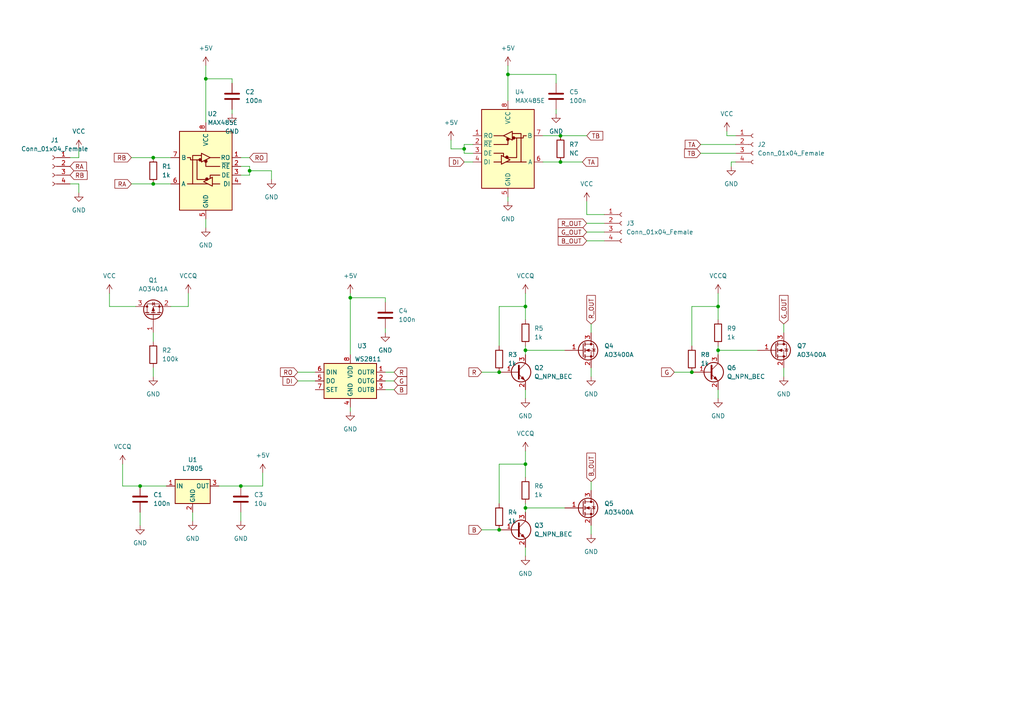
<source format=kicad_sch>
(kicad_sch (version 20211123) (generator eeschema)
  (paper "A4")
  (lib_symbols
    (symbol "Connector:Conn_01x04_Female" (pin_names (offset 1.016) hide)
      (property "Reference" "J" (at 0 5.08 0))
      (property "Value" "Conn_01x04_Female" (at 0 -7.62 0))
      (symbol "Conn_01x04_Female_1_1"
        (arc (start 0 -4.572) (mid -0.508 -5.08) (end 0 -5.588) (stroke (width 0.1524)))
        (arc (start 0 -2.032) (mid -0.508 -2.54) (end 0 -3.048) (stroke (width 0.1524)))
        (polyline (pts (xy -1.27 -5.08) (xy -0.508 -5.08)) (stroke (width 0.1524)))
        (polyline (pts (xy -1.27 -2.54) (xy -0.508 -2.54)) (stroke (width 0.1524)))
        (polyline (pts (xy -1.27 0) (xy -0.508 0)) (stroke (width 0.1524)))
        (polyline (pts (xy -1.27 2.54) (xy -0.508 2.54)) (stroke (width 0.1524)))
        (arc (start 0 0.508) (mid -0.508 0) (end 0 -0.508) (stroke (width 0.1524)))
        (arc (start 0 3.048) (mid -0.508 2.54) (end 0 2.032) (stroke (width 0.1524)))
        (pin passive line (at -5.08 2.54 0) (length 3.81) (name "Pin_1") (number "1"))
        (pin passive line (at -5.08 0 0) (length 3.81) (name "Pin_2") (number "2"))
        (pin passive line (at -5.08 -2.54 0) (length 3.81) (name "Pin_3") (number "3"))
        (pin passive line (at -5.08 -5.08 0) (length 3.81) (name "Pin_4") (number "4"))
      )
    )
    (symbol "Device:C" (pin_numbers hide) (pin_names (offset 0.254))
      (property "Reference" "C" (at 0.635 2.54 0))
      (property "Value" "C" (at 0.635 -2.54 0))
      (symbol "C_0_1"
        (polyline (pts (xy -2.032 -0.762) (xy 2.032 -0.762)) (stroke (width 0.508)))
        (polyline (pts (xy -2.032 0.762) (xy 2.032 0.762)) (stroke (width 0.508)))
      )
      (symbol "C_1_1"
        (pin passive line (at 0 3.81 270) (length 2.794) (name "~") (number "1"))
        (pin passive line (at 0 -3.81 90) (length 2.794) (name "~") (number "2"))
      )
    )
    (symbol "Device:Q_NPN_BEC" (pin_names (offset 0) hide)
      (property "Reference" "Q" (at 5.08 1.27 0))
      (property "Value" "Q_NPN_BEC" (at 5.08 -1.27 0))
      (symbol "Q_NPN_BEC_0_1"
        (polyline (pts (xy 0.635 0.635) (xy 2.54 2.54)))
        (polyline (pts (xy 0.635 -0.635) (xy 2.54 -2.54) (xy 2.54 -2.54)))
        (polyline (pts (xy 0.635 1.905) (xy 0.635 -1.905) (xy 0.635 -1.905)) (stroke (width 0.508)))
        (polyline (pts (xy 1.27 -1.778) (xy 1.778 -1.27) (xy 2.286 -2.286) (xy 1.27 -1.778) (xy 1.27 -1.778)) (fill (type outline)))
        (circle (center 1.27 0) (radius 2.8194) (stroke (width 0.254)))
      )
      (symbol "Q_NPN_BEC_1_1"
        (pin input line (at -5.08 0 0) (length 5.715) (name "B") (number "1"))
        (pin passive line (at 2.54 -5.08 90) (length 2.54) (name "E") (number "2"))
        (pin passive line (at 2.54 5.08 270) (length 2.54) (name "C") (number "3"))
      )
    )
    (symbol "Device:R" (pin_numbers hide) (pin_names (offset 0))
      (property "Reference" "R" (at 2.032 0 90))
      (property "Value" "R" (at 0 0 90))
      (symbol "R_0_1"
        (rectangle (start -1.016 -2.54) (end 1.016 2.54) (stroke (width 0.254)))
      )
      (symbol "R_1_1"
        (pin passive line (at 0 3.81 270) (length 1.27) (name "~") (number "1"))
        (pin passive line (at 0 -3.81 90) (length 1.27) (name "~") (number "2"))
      )
    )
    (symbol "Driver_LED:WS2811"
      (property "Reference" "U" (at -6.35 6.35 0))
      (property "Value" "WS2811" (at 5.08 6.35 0))
      (symbol "WS2811_0_1"
        (rectangle (start -7.62 5.08) (end 7.62 -5.08) (stroke (width 0.254)) (fill (type background)))
      )
      (symbol "WS2811_1_1"
        (pin output line (at 10.16 2.54 180) (length 2.54) (name "OUTR") (number "1"))
        (pin output line (at 10.16 0 180) (length 2.54) (name "OUTG") (number "2"))
        (pin output line (at 10.16 -2.54 180) (length 2.54) (name "OUTB") (number "3"))
        (pin power_in line (at 0 -7.62 90) (length 2.54) (name "GND") (number "4"))
        (pin output line (at -10.16 0 0) (length 2.54) (name "DO") (number "5"))
        (pin input line (at -10.16 2.54 0) (length 2.54) (name "DIN") (number "6"))
        (pin input line (at -10.16 -2.54 0) (length 2.54) (name "SET") (number "7"))
        (pin power_in line (at 0 7.62 270) (length 2.54) (name "VDD") (number "8"))
      )
    )
    (symbol "Interface_UART:MAX485E"
      (property "Reference" "U" (at -6.096 11.43 0))
      (property "Value" "MAX485E" (at 0.762 11.43 0))
      (symbol "MAX485E_0_1"
        (rectangle (start -7.62 10.16) (end 7.62 -12.7) (stroke (width 0.254)) (fill (type background)))
        (circle (center -0.3048 -3.683) (radius 0.3556) (stroke (width 0.254)) (fill (type outline)))
        (circle (center -0.0254 1.4986) (radius 0.3556) (stroke (width 0.254)) (fill (type outline)))
        (polyline (pts (xy -4.064 -5.08) (xy -1.905 -5.08)) (stroke (width 0.254)))
        (polyline (pts (xy -4.064 2.54) (xy -1.27 2.54)) (stroke (width 0.254)))
        (polyline (pts (xy -1.27 -3.2004) (xy -1.27 -3.4544)) (stroke (width 0.254)))
        (polyline (pts (xy -0.635 -5.08) (xy 5.334 -5.08)) (stroke (width 0.254)))
        (polyline (pts (xy -4.064 -2.54) (xy -1.27 -2.54) (xy -1.27 -3.175)) (stroke (width 0.254)))
        (polyline (pts (xy 0 1.27) (xy 0 0) (xy -4.064 0)) (stroke (width 0.254)))
        (polyline (pts (xy 1.27 3.175) (xy 3.81 3.175) (xy 3.81 -5.08)) (stroke (width 0.254)))
        (polyline (pts (xy 2.54 1.905) (xy 2.54 -3.81) (xy 0 -3.81)) (stroke (width 0.254)))
        (polyline (pts (xy -1.905 -3.175) (xy -1.905 -5.715) (xy 0.635 -4.445) (xy -1.905 -3.175)) (stroke (width 0.254)))
        (polyline (pts (xy -1.27 2.54) (xy 1.27 3.81) (xy 1.27 1.27) (xy -1.27 2.54)) (stroke (width 0.254)))
        (polyline (pts (xy 1.905 1.905) (xy 4.445 1.905) (xy 4.445 2.54) (xy 5.334 2.54)) (stroke (width 0.254)))
        (rectangle (start 1.27 3.175) (end 1.27 3.175))
        (circle (center 1.651 1.905) (radius 0.3556) (stroke (width 0.254)) (fill (type outline)))
      )
      (symbol "MAX485E_1_1"
        (pin output line (at -10.16 2.54 0) (length 2.54) (name "RO") (number "1"))
        (pin input line (at -10.16 0 0) (length 2.54) (name "~{RE}") (number "2"))
        (pin input line (at -10.16 -2.54 0) (length 2.54) (name "DE") (number "3"))
        (pin input line (at -10.16 -5.08 0) (length 2.54) (name "DI") (number "4"))
        (pin power_in line (at 0 -15.24 90) (length 2.54) (name "GND") (number "5"))
        (pin bidirectional line (at 10.16 -5.08 180) (length 2.54) (name "A") (number "6"))
        (pin bidirectional line (at 10.16 2.54 180) (length 2.54) (name "B") (number "7"))
        (pin power_in line (at 0 12.7 270) (length 2.54) (name "VCC") (number "8"))
      )
    )
    (symbol "LeoDJ-kicad:AO3400A" (pin_names (offset 0) hide)
      (property "Reference" "Q" (at 5.08 1.905 0))
      (property "Value" "AO3400A" (at 5.08 0 0))
      (symbol "AO3400A_0_1"
        (polyline (pts (xy 0.762 -1.778) (xy 2.54 -1.778)))
        (polyline (pts (xy 0.762 -1.27) (xy 0.762 -2.286)) (stroke (width 0.254)))
        (polyline (pts (xy 0.762 0) (xy 2.54 0)))
        (polyline (pts (xy 0.762 0.508) (xy 0.762 -0.508)) (stroke (width 0.254)))
        (polyline (pts (xy 0.762 1.778) (xy 2.54 1.778)))
        (polyline (pts (xy 0.762 2.286) (xy 0.762 1.27)) (stroke (width 0.254)))
        (polyline (pts (xy 2.54 -1.778) (xy 2.54 -2.54)))
        (polyline (pts (xy 2.54 -1.778) (xy 2.54 0)))
        (polyline (pts (xy 2.54 2.54) (xy 2.54 1.778)))
        (polyline (pts (xy 0.254 1.905) (xy 0.254 -1.905) (xy 0.254 -1.905)) (stroke (width 0.254)))
        (polyline (pts (xy 1.016 0) (xy 2.032 0.381) (xy 2.032 -0.381) (xy 1.016 0)) (fill (type outline)))
        (polyline (pts (xy 2.54 -1.778) (xy 3.302 -1.778) (xy 3.302 1.778) (xy 2.54 1.778)))
        (polyline (pts (xy 2.794 0.508) (xy 2.921 0.381) (xy 3.683 0.381) (xy 3.81 0.254)))
        (polyline (pts (xy 3.302 0.381) (xy 2.921 -0.254) (xy 3.683 -0.254) (xy 3.302 0.381)))
        (circle (center 1.651 0) (radius 2.8194) (stroke (width 0.254)))
        (circle (center 2.54 -1.778) (radius 0.2794) (fill (type outline)))
        (circle (center 2.54 1.778) (radius 0.2794) (fill (type outline)))
      )
      (symbol "AO3400A_1_1"
        (pin input line (at -5.08 0 0) (length 5.334) (name "G") (number "1"))
        (pin passive line (at 2.54 -5.08 90) (length 2.54) (name "S") (number "2"))
        (pin passive line (at 2.54 5.08 270) (length 2.54) (name "D") (number "3"))
      )
    )
    (symbol "Regulator_Linear:L7805" (pin_names (offset 0.254))
      (property "Reference" "U" (at -3.81 3.175 0))
      (property "Value" "L7805" (at 0 3.175 0))
      (symbol "L7805_0_1"
        (rectangle (start -5.08 1.905) (end 5.08 -5.08) (stroke (width 0.254)) (fill (type background)))
      )
      (symbol "L7805_1_1"
        (pin power_in line (at -7.62 0 0) (length 2.54) (name "IN") (number "1"))
        (pin power_in line (at 0 -7.62 90) (length 2.54) (name "GND") (number "2"))
        (pin power_out line (at 7.62 0 180) (length 2.54) (name "OUT") (number "3"))
      )
    )
    (symbol "Transistor_FET:AO3401A" (pin_names hide)
      (property "Reference" "Q" (at 5.08 1.905 0))
      (property "Value" "AO3401A" (at 5.08 0 0))
      (symbol "AO3401A_0_1"
        (polyline (pts (xy 0.254 0) (xy -2.54 0)))
        (polyline (pts (xy 0.254 1.905) (xy 0.254 -1.905)) (stroke (width 0.254)))
        (polyline (pts (xy 0.762 -1.27) (xy 0.762 -2.286)) (stroke (width 0.254)))
        (polyline (pts (xy 0.762 0.508) (xy 0.762 -0.508)) (stroke (width 0.254)))
        (polyline (pts (xy 0.762 2.286) (xy 0.762 1.27)) (stroke (width 0.254)))
        (polyline (pts (xy 2.54 2.54) (xy 2.54 1.778)))
        (polyline (pts (xy 2.54 -2.54) (xy 2.54 0) (xy 0.762 0)))
        (polyline (pts (xy 0.762 1.778) (xy 3.302 1.778) (xy 3.302 -1.778) (xy 0.762 -1.778)))
        (polyline (pts (xy 2.286 0) (xy 1.27 0.381) (xy 1.27 -0.381) (xy 2.286 0)) (fill (type outline)))
        (polyline (pts (xy 2.794 -0.508) (xy 2.921 -0.381) (xy 3.683 -0.381) (xy 3.81 -0.254)))
        (polyline (pts (xy 3.302 -0.381) (xy 2.921 0.254) (xy 3.683 0.254) (xy 3.302 -0.381)))
        (circle (center 1.651 0) (radius 2.794) (stroke (width 0.254)))
        (circle (center 2.54 -1.778) (radius 0.254) (fill (type outline)))
        (circle (center 2.54 1.778) (radius 0.254) (fill (type outline)))
      )
      (symbol "AO3401A_1_1"
        (pin input line (at -5.08 0 0) (length 2.54) (name "G") (number "1"))
        (pin passive line (at 2.54 -5.08 90) (length 2.54) (name "S") (number "2"))
        (pin passive line (at 2.54 5.08 270) (length 2.54) (name "D") (number "3"))
      )
    )
    (symbol "power:+5V" (power) (pin_names (offset 0))
      (property "Value" "+5V" (at 0 3.556 0))
      (symbol "+5V_0_1"
        (polyline (pts (xy -0.762 1.27) (xy 0 2.54)))
        (polyline (pts (xy 0 0) (xy 0 2.54)))
        (polyline (pts (xy 0 2.54) (xy 0.762 1.27)))
      )
      (symbol "+5V_1_1"
        (pin power_in line (at 0 0 90) (length 0) hide (name "+5V") (number "1"))
      )
    )
    (symbol "power:GND" (power) (pin_names (offset 0))
      (property "Value" "GND" (at 0 -3.81 0))
      (symbol "GND_0_1"
        (polyline (pts (xy 0 0) (xy 0 -1.27) (xy 1.27 -1.27) (xy 0 -2.54) (xy -1.27 -1.27) (xy 0 -1.27)))
      )
      (symbol "GND_1_1"
        (pin power_in line (at 0 0 270) (length 0) hide (name "GND") (number "1"))
      )
    )
    (symbol "power:VCC" (power) (pin_names (offset 0))
      (property "Value" "VCC" (at 0 3.81 0))
      (symbol "VCC_0_1"
        (polyline (pts (xy -0.762 1.27) (xy 0 2.54)))
        (polyline (pts (xy 0 0) (xy 0 2.54)))
        (polyline (pts (xy 0 2.54) (xy 0.762 1.27)))
      )
      (symbol "VCC_1_1"
        (pin power_in line (at 0 0 90) (length 0) hide (name "VCC") (number "1"))
      )
    )
    (symbol "power:VCCQ" (power) (pin_names (offset 0))
      (property "Value" "VCCQ" (at 0 3.81 0))
      (symbol "VCCQ_0_1"
        (polyline (pts (xy -0.762 1.27) (xy 0 2.54)))
        (polyline (pts (xy 0 0) (xy 0 2.54)))
        (polyline (pts (xy 0 2.54) (xy 0.762 1.27)))
      )
      (symbol "VCCQ_1_1"
        (pin power_in line (at 0 0 90) (length 0) hide (name "VCCQ") (number "1"))
      )
    )
  )
  (junction (at 134.62 43.18))
  (junction (at 152.4 101.6))
  (junction (at 162.56 46.99))
  (junction (at 200.66 107.95))
  (junction (at 208.28 88.9))
  (junction (at 208.28 101.6))
  (junction (at 101.6 86.36))
  (junction (at 147.32 21.59))
  (junction (at 44.45 53.34))
  (junction (at 72.39 49.53))
  (junction (at 44.45 45.72))
  (junction (at 162.56 39.37))
  (junction (at 40.64 140.97))
  (junction (at 152.4 147.32))
  (junction (at 144.78 153.67))
  (junction (at 59.69 22.86))
  (junction (at 69.85 140.97))
  (junction (at 152.4 88.9))
  (junction (at 144.78 107.95))
  (junction (at 152.4 134.62))
  (wire (pts (xy 208.28 100.33) (xy 208.28 101.6)))
  (wire (pts (xy 203.2 44.45) (xy 213.36 44.45)))
  (wire (pts (xy 137.16 41.91) (xy 134.62 41.91)))
  (wire (pts (xy 114.3 113.03) (xy 111.76 113.03)))
  (wire (pts (xy 35.56 134.62) (xy 35.56 140.97)))
  (wire (pts (xy 152.4 85.09) (xy 152.4 88.9)))
  (wire (pts (xy 171.45 152.4) (xy 171.45 154.94)))
  (wire (pts (xy 170.18 64.77) (xy 175.26 64.77)))
  (wire (pts (xy 171.45 93.98) (xy 171.45 96.52)))
  (wire (pts (xy 208.28 101.6) (xy 219.71 101.6)))
  (wire (pts (xy 227.33 93.98) (xy 227.33 96.52)))
  (wire (pts (xy 152.4 147.32) (xy 163.83 147.32)))
  (wire (pts (xy 111.76 86.36) (xy 101.6 86.36)))
  (wire (pts (xy 134.62 46.99) (xy 137.16 46.99)))
  (wire (pts (xy 152.4 88.9) (xy 152.4 92.71)))
  (wire (pts (xy 152.4 101.6) (xy 152.4 102.87)))
  (wire (pts (xy 152.4 100.33) (xy 152.4 101.6)))
  (wire (pts (xy 171.45 106.68) (xy 171.45 109.22)))
  (wire (pts (xy 40.64 140.97) (xy 48.26 140.97)))
  (wire (pts (xy 152.4 147.32) (xy 152.4 148.59)))
  (wire (pts (xy 69.85 140.97) (xy 76.2 140.97)))
  (wire (pts (xy 44.45 106.68) (xy 44.45 109.22)))
  (wire (pts (xy 152.4 130.81) (xy 152.4 134.62)))
  (wire (pts (xy 147.32 21.59) (xy 147.32 29.21)))
  (wire (pts (xy 49.53 88.9) (xy 54.61 88.9)))
  (wire (pts (xy 203.2 41.91) (xy 213.36 41.91)))
  (wire (pts (xy 69.85 148.59) (xy 69.85 151.13)))
  (wire (pts (xy 111.76 96.52) (xy 111.76 95.25)))
  (wire (pts (xy 40.64 148.59) (xy 40.64 152.4)))
  (wire (pts (xy 59.69 22.86) (xy 67.31 22.86)))
  (wire (pts (xy 54.61 85.09) (xy 54.61 88.9)))
  (wire (pts (xy 152.4 101.6) (xy 163.83 101.6)))
  (wire (pts (xy 22.86 53.34) (xy 22.86 55.88)))
  (wire (pts (xy 170.18 62.23) (xy 170.18 58.42)))
  (wire (pts (xy 208.28 85.09) (xy 208.28 88.9)))
  (wire (pts (xy 35.56 140.97) (xy 40.64 140.97)))
  (wire (pts (xy 170.18 67.31) (xy 175.26 67.31)))
  (wire (pts (xy 147.32 19.05) (xy 147.32 21.59)))
  (wire (pts (xy 162.56 46.99) (xy 168.91 46.99)))
  (wire (pts (xy 212.09 46.99) (xy 213.36 46.99)))
  (wire (pts (xy 170.18 69.85) (xy 175.26 69.85)))
  (wire (pts (xy 144.78 100.33) (xy 144.78 88.9)))
  (wire (pts (xy 161.29 31.75) (xy 161.29 33.02)))
  (wire (pts (xy 69.85 48.26) (xy 72.39 48.26)))
  (wire (pts (xy 144.78 88.9) (xy 152.4 88.9)))
  (wire (pts (xy 134.62 44.45) (xy 137.16 44.45)))
  (wire (pts (xy 101.6 86.36) (xy 101.6 102.87)))
  (wire (pts (xy 134.62 41.91) (xy 134.62 43.18)))
  (wire (pts (xy 152.4 113.03) (xy 152.4 115.57)))
  (wire (pts (xy 38.1 45.72) (xy 44.45 45.72)))
  (wire (pts (xy 170.18 62.23) (xy 175.26 62.23)))
  (wire (pts (xy 130.81 43.18) (xy 134.62 43.18)))
  (wire (pts (xy 69.85 45.72) (xy 72.39 45.72)))
  (wire (pts (xy 200.66 100.33) (xy 200.66 88.9)))
  (wire (pts (xy 69.85 50.8) (xy 72.39 50.8)))
  (wire (pts (xy 78.74 52.07) (xy 78.74 49.53)))
  (wire (pts (xy 86.36 110.49) (xy 91.44 110.49)))
  (wire (pts (xy 152.4 134.62) (xy 152.4 138.43)))
  (wire (pts (xy 22.86 43.18) (xy 22.86 45.72)))
  (wire (pts (xy 63.5 140.97) (xy 69.85 140.97)))
  (wire (pts (xy 44.45 96.52) (xy 44.45 99.06)))
  (wire (pts (xy 134.62 43.18) (xy 134.62 44.45)))
  (wire (pts (xy 208.28 113.03) (xy 208.28 115.57)))
  (wire (pts (xy 208.28 88.9) (xy 208.28 92.71)))
  (wire (pts (xy 171.45 139.7) (xy 171.45 142.24)))
  (wire (pts (xy 212.09 48.26) (xy 212.09 46.99)))
  (wire (pts (xy 162.56 39.37) (xy 170.18 39.37)))
  (wire (pts (xy 147.32 57.15) (xy 147.32 58.42)))
  (wire (pts (xy 20.32 53.34) (xy 22.86 53.34)))
  (wire (pts (xy 44.45 45.72) (xy 49.53 45.72)))
  (wire (pts (xy 59.69 19.05) (xy 59.69 22.86)))
  (wire (pts (xy 38.1 53.34) (xy 44.45 53.34)))
  (wire (pts (xy 144.78 134.62) (xy 152.4 134.62)))
  (wire (pts (xy 114.3 110.49) (xy 111.76 110.49)))
  (wire (pts (xy 114.3 107.95) (xy 111.76 107.95)))
  (wire (pts (xy 157.48 46.99) (xy 162.56 46.99)))
  (wire (pts (xy 72.39 49.53) (xy 78.74 49.53)))
  (wire (pts (xy 59.69 63.5) (xy 59.69 66.04)))
  (wire (pts (xy 157.48 39.37) (xy 162.56 39.37)))
  (wire (pts (xy 20.32 45.72) (xy 22.86 45.72)))
  (wire (pts (xy 200.66 88.9) (xy 208.28 88.9)))
  (wire (pts (xy 39.37 88.9) (xy 31.75 88.9)))
  (wire (pts (xy 101.6 118.11) (xy 101.6 119.38)))
  (wire (pts (xy 152.4 146.05) (xy 152.4 147.32)))
  (wire (pts (xy 67.31 31.75) (xy 67.31 33.02)))
  (wire (pts (xy 147.32 21.59) (xy 161.29 21.59)))
  (wire (pts (xy 86.36 107.95) (xy 91.44 107.95)))
  (wire (pts (xy 130.81 40.64) (xy 130.81 43.18)))
  (wire (pts (xy 210.82 38.1) (xy 210.82 39.37)))
  (wire (pts (xy 101.6 85.09) (xy 101.6 86.36)))
  (wire (pts (xy 72.39 49.53) (xy 72.39 50.8)))
  (wire (pts (xy 31.75 85.09) (xy 31.75 88.9)))
  (wire (pts (xy 111.76 87.63) (xy 111.76 86.36)))
  (wire (pts (xy 55.88 148.59) (xy 55.88 151.13)))
  (wire (pts (xy 139.7 153.67) (xy 144.78 153.67)))
  (wire (pts (xy 44.45 53.34) (xy 49.53 53.34)))
  (wire (pts (xy 227.33 106.68) (xy 227.33 109.22)))
  (wire (pts (xy 72.39 48.26) (xy 72.39 49.53)))
  (wire (pts (xy 208.28 101.6) (xy 208.28 102.87)))
  (wire (pts (xy 161.29 24.13) (xy 161.29 21.59)))
  (wire (pts (xy 195.58 107.95) (xy 200.66 107.95)))
  (wire (pts (xy 76.2 137.16) (xy 76.2 140.97)))
  (wire (pts (xy 59.69 22.86) (xy 59.69 35.56)))
  (wire (pts (xy 152.4 158.75) (xy 152.4 161.29)))
  (wire (pts (xy 139.7 107.95) (xy 144.78 107.95)))
  (wire (pts (xy 67.31 24.13) (xy 67.31 22.86)))
  (wire (pts (xy 210.82 39.37) (xy 213.36 39.37)))
  (wire (pts (xy 144.78 146.05) (xy 144.78 134.62)))
  (global_label "G" (shape input) (at 195.58 107.95 180) (property "Intersheet References" "${INTERSHEET_REFS}" (effects hide)))
  (global_label "R_OUT" (shape input) (at 171.45 93.98 90) (property "Intersheet References" "${INTERSHEET_REFS}" (effects hide)))
  (global_label "R" (shape input) (at 114.3 107.95 0) (property "Intersheet References" "${INTERSHEET_REFS}" (effects hide)))
  (global_label "G" (shape input) (at 114.3 110.49 0) (property "Intersheet References" "${INTERSHEET_REFS}" (effects hide)))
  (global_label "B_OUT" (shape input) (at 170.18 69.85 180) (property "Intersheet References" "${INTERSHEET_REFS}" (effects hide)))
  (global_label "RB" (shape input) (at 38.1 45.72 180) (property "Intersheet References" "${INTERSHEET_REFS}" (effects hide)))
  (global_label "RA" (shape input) (at 20.32 48.26 0) (property "Intersheet References" "${INTERSHEET_REFS}" (effects hide)))
  (global_label "B" (shape input) (at 139.7 153.67 180) (property "Intersheet References" "${INTERSHEET_REFS}" (effects hide)))
  (global_label "TA" (shape input) (at 168.91 46.99 0) (property "Intersheet References" "${INTERSHEET_REFS}" (effects hide)))
  (global_label "RB" (shape input) (at 20.32 50.8 0) (property "Intersheet References" "${INTERSHEET_REFS}" (effects hide)))
  (global_label "R" (shape input) (at 139.7 107.95 180) (property "Intersheet References" "${INTERSHEET_REFS}" (effects hide)))
  (global_label "G_OUT" (shape input) (at 227.33 93.98 90) (property "Intersheet References" "${INTERSHEET_REFS}" (effects hide)))
  (global_label "B_OUT" (shape input) (at 171.45 139.7 90) (property "Intersheet References" "${INTERSHEET_REFS}" (effects hide)))
  (global_label "TB" (shape input) (at 170.18 39.37 0) (property "Intersheet References" "${INTERSHEET_REFS}" (effects hide)))
  (global_label "RO" (shape input) (at 72.39 45.72 0) (property "Intersheet References" "${INTERSHEET_REFS}" (effects hide)))
  (global_label "RA" (shape input) (at 38.1 53.34 180) (property "Intersheet References" "${INTERSHEET_REFS}" (effects hide)))
  (global_label "B" (shape input) (at 114.3 113.03 0) (property "Intersheet References" "${INTERSHEET_REFS}" (effects hide)))
  (global_label "RO" (shape input) (at 86.36 107.95 180) (property "Intersheet References" "${INTERSHEET_REFS}" (effects hide)))
  (global_label "G_OUT" (shape input) (at 170.18 67.31 180) (property "Intersheet References" "${INTERSHEET_REFS}" (effects hide)))
  (global_label "DI" (shape input) (at 86.36 110.49 180) (property "Intersheet References" "${INTERSHEET_REFS}" (effects hide)))
  (global_label "TA" (shape input) (at 203.2 41.91 180) (property "Intersheet References" "${INTERSHEET_REFS}" (effects hide)))
  (global_label "TB" (shape input) (at 203.2 44.45 180) (property "Intersheet References" "${INTERSHEET_REFS}" (effects hide)))
  (global_label "DI" (shape input) (at 134.62 46.99 180) (property "Intersheet References" "${INTERSHEET_REFS}" (effects hide)))
  (global_label "R_OUT" (shape input) (at 170.18 64.77 180) (property "Intersheet References" "${INTERSHEET_REFS}" (effects hide)))
  (symbol (lib_id "Device:R") (at 44.45 49.53 0) (unit 1)
    (property "Reference" "R1" (at 46.99 48.2599 0) (effects (justify left)))
    (property "Value" "1k" (at 46.99 50.7999 0) (effects (justify left)))
    (property "Footprint" "Capacitor_SMD:C_0402_1005Metric" (effects hide))
  )
  (symbol (lib_id "power:VCC") (at 170.18 58.42 0) (unit 1)
    (property "Reference" "#PWR0109" (effects hide))
    (property "Value" "VCC" (at 170.18 53.34 0))
  )
  (symbol (lib_id "power:GND") (at 161.29 33.02 0) (unit 1)
    (property "Reference" "#PWR0105" (effects hide))
    (property "Value" "GND" (at 161.29 38.1 0))
  )
  (symbol (lib_id "LeoDJ-kicad:AO3400A") (at 168.91 101.6 0) (unit 1)
    (property "Reference" "Q4" (at 175.26 100.3299 0) (effects (justify left)))
    (property "Value" "AO3400A" (at 175.26 102.8699 0) (effects (justify left)))
    (property "Footprint" "Package_TO_SOT_SMD:SOT-23" (effects hide))
    (property "Datasheet" "http://www.aosmd.com/pdfs/datasheet/AO3400A.pdf" (effects hide))
  )
  (symbol (lib_id "power:GND") (at 22.86 55.88 0) (unit 1)
    (property "Reference" "#PWR0103" (effects hide))
    (property "Value" "GND" (at 22.86 60.96 0))
  )
  (symbol (lib_id "power:GND") (at 69.85 151.13 0) (unit 1)
    (property "Reference" "#PWR0126" (effects hide))
    (property "Value" "GND" (at 69.85 156.21 0))
  )
  (symbol (lib_id "Device:R") (at 144.78 104.14 0) (unit 1)
    (property "Reference" "R3" (at 147.32 102.8699 0) (effects (justify left)))
    (property "Value" "1k" (at 147.32 105.4099 0) (effects (justify left)))
    (property "Footprint" "Capacitor_SMD:C_0402_1005Metric" (effects hide))
  )
  (symbol (lib_id "power:VCCQ") (at 35.56 134.62 0) (unit 1)
    (property "Reference" "#PWR0128" (effects hide))
    (property "Value" "VCCQ" (at 35.56 129.54 0))
  )
  (symbol (lib_id "Device:C") (at 67.31 27.94 0) (unit 1)
    (property "Reference" "C2" (at 71.12 26.6699 0) (effects (justify left)))
    (property "Value" "100n" (at 71.12 29.2099 0) (effects (justify left)))
    (property "Footprint" "Capacitor_SMD:C_0402_1005Metric" (effects hide))
  )
  (symbol (lib_id "Connector:Conn_01x04_Female") (at 218.44 41.91 0) (unit 1)
    (property "Reference" "J2" (at 219.71 41.9099 0) (effects (justify left)))
    (property "Value" "Conn_01x04_Female" (at 219.71 44.4499 0) (effects (justify left)))
    (property "Footprint" "Connector_Phoenix_GMSTB:PhoenixContact_GMSTBA_2,5_4-G-7,62_1x04_P7.62mm_Horizontal" (effects hide))
  )
  (symbol (lib_id "Device:Q_NPN_BEC") (at 149.86 107.95 0) (unit 1)
    (property "Reference" "Q2" (at 154.94 106.6799 0) (effects (justify left)))
    (property "Value" "Q_NPN_BEC" (at 154.94 109.2199 0) (effects (justify left)))
    (property "Footprint" "Package_TO_SOT_SMD:TSOT-23" (effects hide))
  )
  (symbol (lib_id "power:GND") (at 40.64 152.4 0) (unit 1)
    (property "Reference" "#PWR0129" (effects hide))
    (property "Value" "GND" (at 40.64 157.48 0))
  )
  (symbol (lib_id "power:GND") (at 171.45 109.22 0) (unit 1)
    (property "Reference" "#PWR0123" (effects hide))
    (property "Value" "GND" (at 171.45 114.3 0))
  )
  (symbol (lib_id "Transistor_FET:AO3401A") (at 44.45 91.44 90) (unit 1)
    (property "Reference" "Q1" (at 44.45 81.28 90))
    (property "Value" "AO3401A" (at 44.45 83.82 90))
    (property "Footprint" "Package_TO_SOT_SMD:SOT-23" (effects hide))
    (property "Datasheet" "http://www.aosmd.com/pdfs/datasheet/AO3401A.pdf" (effects hide))
  )
  (symbol (lib_id "power:VCC") (at 31.75 85.09 0) (unit 1)
    (property "Reference" "#PWR0114" (effects hide))
    (property "Value" "VCC" (at 31.75 80.01 0))
  )
  (symbol (lib_id "power:GND") (at 78.74 52.07 0) (unit 1)
    (property "Reference" "#PWR0111" (effects hide))
    (property "Value" "GND" (at 78.74 57.15 0))
  )
  (symbol (lib_id "Device:R") (at 144.78 149.86 0) (unit 1)
    (property "Reference" "R4" (at 147.32 148.5899 0) (effects (justify left)))
    (property "Value" "1k" (at 147.32 151.1299 0) (effects (justify left)))
    (property "Footprint" "Capacitor_SMD:C_0402_1005Metric" (effects hide))
  )
  (symbol (lib_id "Driver_LED:WS2811") (at 101.6 110.49 0) (unit 1)
    (property "Reference" "U3" (at 103.6194 100.33 0) (effects (justify left)))
    (property "Value" "WS2811" (at 102.87 104.14 0) (effects (justify left)))
    (property "Footprint" "Package_SO:SOIC-8_3.9x4.9mm_P1.27mm" (effects hide))
    (property "Datasheet" "https://cdn-shop.adafruit.com/datasheets/WS2811.pdf" (effects hide))
  )
  (symbol (lib_id "Interface_UART:MAX485E") (at 59.69 48.26 0) (mirror y) (unit 1)
    (property "Reference" "U2" (at 60.2106 33.02 0) (effects (justify right)))
    (property "Value" "MAX485E" (at 60.2106 35.56 0) (effects (justify right)))
    (property "Footprint" "Package_SO:SOIC-8_3.9x4.9mm_P1.27mm" (effects hide))
    (property "Datasheet" "https://datasheets.maximintegrated.com/en/ds/MAX1487E-MAX491E.pdf" (effects hide))
  )
  (symbol (lib_id "power:GND") (at 55.88 151.13 0) (unit 1)
    (property "Reference" "#PWR0130" (effects hide))
    (property "Value" "GND" (at 55.88 156.21 0))
  )
  (symbol (lib_id "power:+5V") (at 130.81 40.64 0) (unit 1)
    (property "Reference" "#PWR0108" (effects hide))
    (property "Value" "+5V" (at 130.81 35.56 0))
  )
  (symbol (lib_id "LeoDJ-kicad:AO3400A") (at 168.91 147.32 0) (unit 1)
    (property "Reference" "Q5" (at 175.26 146.0499 0) (effects (justify left)))
    (property "Value" "AO3400A" (at 175.26 148.5899 0) (effects (justify left)))
    (property "Footprint" "Package_TO_SOT_SMD:SOT-23" (effects hide))
    (property "Datasheet" "http://www.aosmd.com/pdfs/datasheet/AO3400A.pdf" (effects hide))
  )
  (symbol (lib_id "Device:C") (at 161.29 27.94 0) (unit 1)
    (property "Reference" "C5" (at 165.1 26.6699 0) (effects (justify left)))
    (property "Value" "100n" (at 165.1 29.2099 0) (effects (justify left)))
    (property "Footprint" "Capacitor_SMD:C_0402_1005Metric" (effects hide))
  )
  (symbol (lib_id "Device:R") (at 152.4 96.52 0) (unit 1)
    (property "Reference" "R5" (at 154.94 95.2499 0) (effects (justify left)))
    (property "Value" "1k" (at 154.94 97.7899 0) (effects (justify left)))
    (property "Footprint" "Capacitor_SMD:C_0402_1005Metric" (effects hide))
  )
  (symbol (lib_id "power:GND") (at 147.32 58.42 0) (unit 1)
    (property "Reference" "#PWR0107" (effects hide))
    (property "Value" "GND" (at 147.32 63.5 0))
  )
  (symbol (lib_id "Connector:Conn_01x04_Female") (at 15.24 48.26 0) (mirror y) (unit 1)
    (property "Reference" "J1" (at 15.875 40.64 0))
    (property "Value" "Conn_01x04_Female" (at 15.875 43.18 0))
    (property "Footprint" "Connector_Phoenix_GMSTB:PhoenixContact_GMSTBA_2,5_4-G-7,62_1x04_P7.62mm_Horizontal" (effects hide))
  )
  (symbol (lib_id "power:GND") (at 171.45 154.94 0) (unit 1)
    (property "Reference" "#PWR0117" (effects hide))
    (property "Value" "GND" (at 171.45 160.02 0))
  )
  (symbol (lib_id "power:GND") (at 208.28 115.57 0) (unit 1)
    (property "Reference" "#PWR0120" (effects hide))
    (property "Value" "GND" (at 208.28 120.65 0))
  )
  (symbol (lib_id "Interface_UART:MAX485E") (at 147.32 41.91 0) (unit 1)
    (property "Reference" "U4" (at 149.3394 26.67 0) (effects (justify left)))
    (property "Value" "MAX485E" (at 149.3394 29.21 0) (effects (justify left)))
    (property "Footprint" "Package_SO:SOIC-8_3.9x4.9mm_P1.27mm" (effects hide))
    (property "Datasheet" "https://datasheets.maximintegrated.com/en/ds/MAX1487E-MAX491E.pdf" (effects hide))
  )
  (symbol (lib_id "Device:R") (at 162.56 43.18 0) (unit 1)
    (property "Reference" "R7" (at 165.1 41.9099 0) (effects (justify left)))
    (property "Value" "NC" (at 165.1 44.4499 0) (effects (justify left)))
    (property "Footprint" "Capacitor_SMD:C_0402_1005Metric" (effects hide))
  )
  (symbol (lib_id "power:+5V") (at 59.69 19.05 0) (unit 1)
    (property "Reference" "#PWR0104" (effects hide))
    (property "Value" "+5V" (at 59.69 13.97 0))
  )
  (symbol (lib_id "power:VCCQ") (at 152.4 130.81 0) (unit 1)
    (property "Reference" "#PWR0118" (effects hide))
    (property "Value" "VCCQ" (at 152.4 125.73 0))
  )
  (symbol (lib_id "Device:C") (at 40.64 144.78 0) (unit 1)
    (property "Reference" "C1" (at 44.45 143.5099 0) (effects (justify left)))
    (property "Value" "100n" (at 44.45 146.0499 0) (effects (justify left)))
    (property "Footprint" "Capacitor_SMD:C_0402_1005Metric" (effects hide))
  )
  (symbol (lib_id "power:GND") (at 59.69 66.04 0) (unit 1)
    (property "Reference" "#PWR0110" (effects hide))
    (property "Value" "GND" (at 59.69 71.12 0))
  )
  (symbol (lib_id "power:VCC") (at 210.82 38.1 0) (unit 1)
    (property "Reference" "#PWR0132" (effects hide))
    (property "Value" "VCC" (at 210.82 33.02 0))
  )
  (symbol (lib_id "Device:C") (at 69.85 144.78 0) (unit 1)
    (property "Reference" "C3" (at 73.66 143.5099 0) (effects (justify left)))
    (property "Value" "10u" (at 73.66 146.0499 0) (effects (justify left)))
    (property "Footprint" "Capacitor_SMD:C_0402_1005Metric" (effects hide))
  )
  (symbol (lib_id "power:GND") (at 227.33 109.22 0) (unit 1)
    (property "Reference" "#PWR0121" (effects hide))
    (property "Value" "GND" (at 227.33 114.3 0))
  )
  (symbol (lib_id "Device:C") (at 111.76 91.44 0) (unit 1)
    (property "Reference" "C4" (at 115.57 90.1699 0) (effects (justify left)))
    (property "Value" "100n" (at 115.57 92.7099 0) (effects (justify left)))
    (property "Footprint" "Capacitor_SMD:C_0402_1005Metric" (effects hide))
  )
  (symbol (lib_id "power:GND") (at 101.6 119.38 0) (unit 1)
    (property "Reference" "#PWR0125" (effects hide))
    (property "Value" "GND" (at 101.6 124.46 0))
  )
  (symbol (lib_id "power:VCCQ") (at 208.28 85.09 0) (unit 1)
    (property "Reference" "#PWR0119" (effects hide))
    (property "Value" "VCCQ" (at 208.28 80.01 0))
  )
  (symbol (lib_id "power:GND") (at 212.09 48.26 0) (unit 1)
    (property "Reference" "#PWR0133" (effects hide))
    (property "Value" "GND" (at 212.09 53.34 0))
  )
  (symbol (lib_id "power:VCC") (at 22.86 43.18 0) (unit 1)
    (property "Reference" "#PWR0102" (effects hide))
    (property "Value" "VCC" (at 22.86 38.1 0))
  )
  (symbol (lib_id "Regulator_Linear:L7805") (at 55.88 140.97 0) (unit 1)
    (property "Reference" "U1" (at 55.88 133.35 0))
    (property "Value" "L7805" (at 55.88 135.89 0))
    (property "Footprint" "Package_TO_SOT_SMD:TO-252-2" (effects hide))
    (property "Datasheet" "http://www.st.com/content/ccc/resource/technical/document/datasheet/41/4f/b3/b0/12/d4/47/88/CD00000444.pdf/files/CD00000444.pdf/jcr:content/translations/en.CD00000444.pdf" (effects hide))
  )
  (symbol (lib_id "Device:R") (at 208.28 96.52 0) (unit 1)
    (property "Reference" "R9" (at 210.82 95.2499 0) (effects (justify left)))
    (property "Value" "1k" (at 210.82 97.7899 0) (effects (justify left)))
    (property "Footprint" "Capacitor_SMD:C_0402_1005Metric" (effects hide))
  )
  (symbol (lib_id "power:VCCQ") (at 152.4 85.09 0) (unit 1)
    (property "Reference" "#PWR0124" (effects hide))
    (property "Value" "VCCQ" (at 152.4 80.01 0))
  )
  (symbol (lib_id "Connector:Conn_01x04_Female") (at 180.34 64.77 0) (unit 1)
    (property "Reference" "J3" (at 181.61 64.7699 0) (effects (justify left)))
    (property "Value" "Conn_01x04_Female" (at 181.61 67.3099 0) (effects (justify left)))
    (property "Footprint" "Connector_JST:JST_PH_S4B-PH-K_1x04_P2.00mm_Horizontal" (effects hide))
  )
  (symbol (lib_id "Device:R") (at 152.4 142.24 0) (unit 1)
    (property "Reference" "R6" (at 154.94 140.9699 0) (effects (justify left)))
    (property "Value" "1k" (at 154.94 143.5099 0) (effects (justify left)))
    (property "Footprint" "Capacitor_SMD:C_0402_1005Metric" (effects hide))
  )
  (symbol (lib_id "Device:Q_NPN_BEC") (at 149.86 153.67 0) (unit 1)
    (property "Reference" "Q3" (at 154.94 152.3999 0) (effects (justify left)))
    (property "Value" "Q_NPN_BEC" (at 154.94 154.9399 0) (effects (justify left)))
    (property "Footprint" "Package_TO_SOT_SMD:TSOT-23" (effects hide))
  )
  (symbol (lib_id "power:+5V") (at 76.2 137.16 0) (unit 1)
    (property "Reference" "#PWR0131" (effects hide))
    (property "Value" "+5V" (at 76.2 132.08 0))
  )
  (symbol (lib_id "LeoDJ-kicad:AO3400A") (at 224.79 101.6 0) (unit 1)
    (property "Reference" "Q7" (at 231.14 100.3299 0) (effects (justify left)))
    (property "Value" "AO3400A" (at 231.14 102.8699 0) (effects (justify left)))
    (property "Footprint" "Package_TO_SOT_SMD:SOT-23" (effects hide))
    (property "Datasheet" "http://www.aosmd.com/pdfs/datasheet/AO3400A.pdf" (effects hide))
  )
  (symbol (lib_id "Device:Q_NPN_BEC") (at 205.74 107.95 0) (unit 1)
    (property "Reference" "Q6" (at 210.82 106.6799 0) (effects (justify left)))
    (property "Value" "Q_NPN_BEC" (at 210.82 109.2199 0) (effects (justify left)))
    (property "Footprint" "Package_TO_SOT_SMD:TSOT-23" (effects hide))
  )
  (symbol (lib_id "power:GND") (at 111.76 96.52 0) (unit 1)
    (property "Reference" "#PWR0112" (effects hide))
    (property "Value" "GND" (at 111.76 101.6 0))
  )
  (symbol (lib_id "power:+5V") (at 147.32 19.05 0) (unit 1)
    (property "Reference" "#PWR0106" (effects hide))
    (property "Value" "+5V" (at 147.32 13.97 0))
  )
  (symbol (lib_id "power:GND") (at 152.4 115.57 0) (unit 1)
    (property "Reference" "#PWR0122" (effects hide))
    (property "Value" "GND" (at 152.4 120.65 0))
  )
  (symbol (lib_id "power:VCCQ") (at 54.61 85.09 0) (unit 1)
    (property "Reference" "#PWR0115" (effects hide))
    (property "Value" "VCCQ" (at 54.61 80.01 0))
  )
  (symbol (lib_id "power:GND") (at 152.4 161.29 0) (unit 1)
    (property "Reference" "#PWR0116" (effects hide))
    (property "Value" "GND" (at 152.4 166.37 0))
  )
  (symbol (lib_id "power:+5V") (at 101.6 85.09 0) (unit 1)
    (property "Reference" "#PWR0113" (effects hide))
    (property "Value" "+5V" (at 101.6 80.01 0))
  )
  (symbol (lib_id "power:GND") (at 67.31 33.02 0) (unit 1)
    (property "Reference" "#PWR0101" (effects hide))
    (property "Value" "GND" (at 67.31 38.1 0))
  )
  (symbol (lib_id "Device:R") (at 200.66 104.14 0) (unit 1)
    (property "Reference" "R8" (at 203.2 102.8699 0) (effects (justify left)))
    (property "Value" "1k" (at 203.2 105.4099 0) (effects (justify left)))
    (property "Footprint" "Capacitor_SMD:C_0402_1005Metric" (effects hide))
  )
  (symbol (lib_id "power:GND") (at 44.45 109.22 0) (unit 1)
    (property "Reference" "#PWR0127" (effects hide))
    (property "Value" "GND" (at 44.45 114.3 0))
  )
  (symbol (lib_id "Device:R") (at 44.45 102.87 0) (unit 1)
    (property "Reference" "R2" (at 46.99 101.5999 0) (effects (justify left)))
    (property "Value" "100k" (at 46.99 104.1399 0) (effects (justify left)))
    (property "Footprint" "Capacitor_SMD:C_0402_1005Metric" (effects hide))
  )
)
</source>
